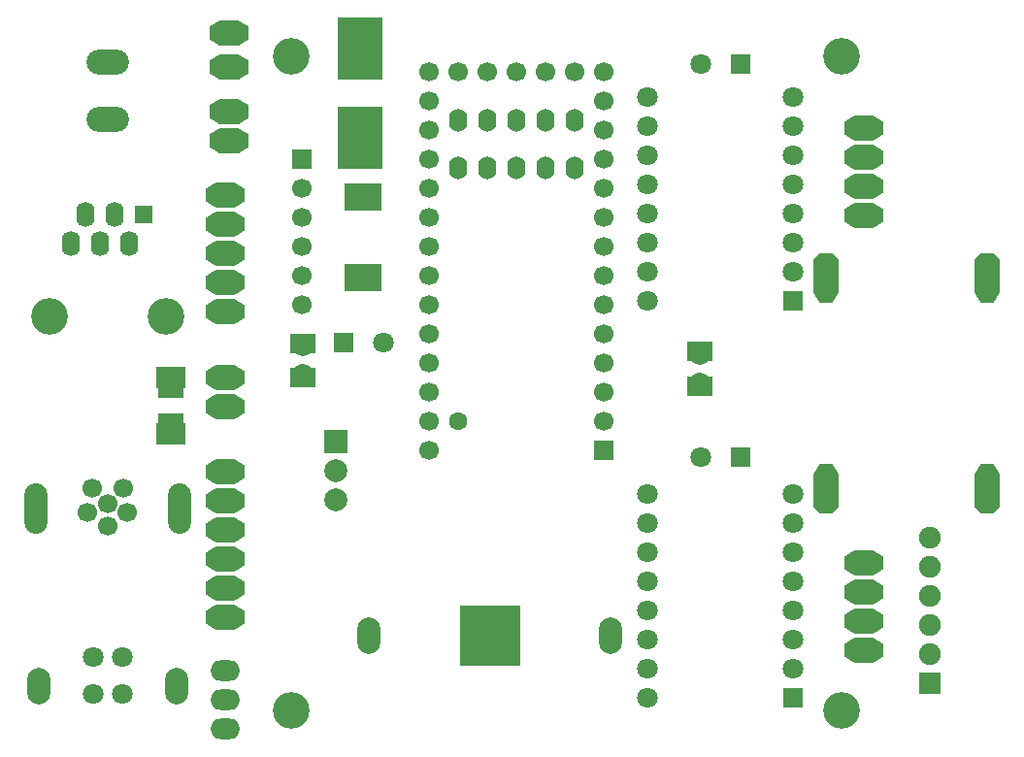
<source format=gbr>
%TF.GenerationSoftware,Novarm,DipTrace,3.3.1.3*%
%TF.CreationDate,2023-12-10T18:24:27+00:00*%
%FSLAX35Y35*%
%MOMM*%
%TF.FileFunction,Soldermask,Top*%
%TF.Part,Single*%
%AMOUTLINE1*
4,1,8,
-0.80669,1.1,
0.77994,1.1,
1.7,0.54232,
1.7,-0.54141,
0.80669,-1.1,
-0.80669,-1.1,
-1.7,-0.54141,
-1.7,0.54141,
-0.80669,1.1,
0*%
%AMOUTLINE4*
4,1,8,
-0.80602,1.1,
0.77929,1.1,
1.7,0.55713,
1.7,-0.55542,
0.82868,-1.1,
-0.82868,-1.1,
-1.7,-0.55542,
-1.7,0.55622,
-0.80602,1.1,
0*%
%AMOUTLINE7*
4,1,8,
1.1,2.04142,
1.1,-0.77994,
0.54232,-1.7,
-0.54141,-1.7,
-1.1,-0.80669,
-1.1,2.04142,
-0.54142,2.6,
0.54142,2.6,
1.1,2.04142,
0*%
%AMOUTLINE10*
4,1,8,
-1.1,-2.04142,
-1.1,0.77994,
-0.54232,1.7,
0.54141,1.7,
1.1,0.80669,
1.1,-2.04142,
0.54142,-2.6,
-0.54142,-2.6,
-1.1,-2.04142,
0*%
%ADD28R,1.6X1.6*%
%ADD38C,1.6*%
%ADD43R,1.7X1.7*%
%ADD44C,1.7*%
%ADD52R,1.8X1.8*%
%ADD53C,1.8*%
%ADD56C,3.2*%
%ADD65C,2.0*%
%ADD66R,2.0X2.0*%
%ADD67R,4.0X5.4*%
%ADD70R,2.613X1.9018*%
%ADD72O,1.6X2.0*%
%ADD75R,1.708X1.708*%
%ADD77C,1.9*%
%ADD78R,1.9X1.9*%
%ADD79O,3.7X2.2*%
%ADD81O,2.0X4.4*%
%ADD84O,2.6X1.8*%
%ADD86O,1.6X2.2*%
%ADD89R,2.2X1.7*%
%ADD91C,1.85*%
%ADD93R,3.3X2.4*%
%ADD95C,1.8*%
%ADD97R,5.28X5.28*%
%ADD99O,2.0X3.2*%
%ADD110OUTLINE1*%
%ADD113OUTLINE4*%
%ADD116OUTLINE7*%
%ADD119OUTLINE10*%
G75*
G01*
%LPD*%
D99*
X3079723Y1047750D3*
X5187923D3*
D97*
X4133823D3*
D52*
X2856750Y3603627D3*
D95*
X3206750D3*
D52*
X6321497Y6035377D3*
D95*
X5971497D3*
D52*
X6321497Y2606377D3*
D95*
X5971497D3*
D93*
X3031750Y4174373D3*
Y4874373D3*
D91*
X2500000Y3577000D3*
Y3323000D3*
D89*
X2500050Y3600000D3*
Y3300000D3*
D28*
X1117500Y4726999D3*
D86*
X990500Y4472999D3*
X863500Y4726999D3*
X736500Y4472999D3*
X609500Y4726999D3*
X482500Y4472999D3*
D56*
X1308500Y3837999D3*
X292500D3*
D110*
X1825623Y4127500D3*
Y4889500D3*
Y3873500D3*
Y4635500D3*
Y4381500D3*
D91*
X5969000Y3504000D3*
Y3250000D3*
D89*
X5969050Y3527000D3*
Y3227000D3*
D53*
X925000Y540000D3*
X675000D3*
Y860000D3*
X925000D3*
D99*
X1402000Y610000D3*
X198000D3*
D110*
X1825623Y3048000D3*
Y3302000D3*
D113*
X1857373Y6009500D3*
Y6309500D3*
D84*
X1825623Y746123D3*
Y492123D3*
Y238123D3*
D44*
X936500Y2332000D3*
X663500D3*
X625000Y2126000D3*
X800000Y2010000D3*
X975000Y2126000D3*
X800000Y2200000D3*
D81*
X175000Y2159000D3*
X1425000D3*
D79*
X800000Y6050000D3*
Y5550000D3*
D78*
X1825627Y3302000D3*
D77*
Y3048000D3*
D78*
X7400000Y4719000D3*
D77*
Y4973000D3*
Y5227000D3*
Y5481000D3*
D78*
Y919000D3*
D77*
Y1173000D3*
Y1427000D3*
Y1681000D3*
D78*
X1825623Y4889500D3*
D77*
Y4635500D3*
Y4381500D3*
Y4127500D3*
Y3873500D3*
D78*
X7969250Y635000D3*
D77*
Y889000D3*
Y1143000D3*
Y1397000D3*
Y1651000D3*
Y1905000D3*
D110*
X1825623Y1714500D3*
Y2476500D3*
Y1206500D3*
Y1460500D3*
Y2222500D3*
Y1968500D3*
D75*
X5127623Y2667000D3*
D44*
Y2921000D3*
Y3175000D3*
Y3429000D3*
Y3683000D3*
Y3937000D3*
Y4191000D3*
Y4445000D3*
Y4699000D3*
Y4953000D3*
Y5207000D3*
Y5461000D3*
Y5715000D3*
Y5969000D3*
X3603623D3*
Y5715000D3*
Y5461000D3*
Y5207000D3*
Y4953000D3*
Y4699000D3*
Y4445000D3*
Y4191000D3*
Y3937000D3*
Y3683000D3*
Y3429000D3*
Y3175000D3*
Y2921000D3*
Y2667000D3*
X4873623Y5969000D3*
X4619623D3*
X4365623D3*
X4111623D3*
X3857623D3*
D38*
Y2921000D3*
D72*
X4873623Y5126000D3*
Y5543000D3*
X4619623Y5126000D3*
Y5543000D3*
X4365623Y5126000D3*
Y5543000D3*
X4111623Y5126000D3*
Y5543000D3*
X3857623Y5126000D3*
Y5543000D3*
D95*
X6781497Y5749623D3*
Y5241623D3*
Y4987623D3*
Y4733623D3*
Y4479623D3*
Y4225623D3*
D52*
Y3971623D3*
D95*
Y5495623D3*
X5511497Y5749623D3*
Y5241623D3*
Y4987623D3*
Y4733623D3*
Y4479623D3*
Y4225623D3*
Y3971623D3*
Y5495623D3*
X6781500Y2286000D3*
Y1778000D3*
Y1524000D3*
Y1270000D3*
Y1016000D3*
Y762000D3*
D52*
Y508000D3*
D95*
Y2032000D3*
X5511500Y2286000D3*
Y1778000D3*
Y1524000D3*
Y1270000D3*
Y1016000D3*
Y762000D3*
Y508000D3*
Y2032000D3*
D89*
X1349377Y2905127D3*
D70*
Y3301127D3*
Y2809127D3*
D89*
Y3205127D3*
D43*
X2492373Y5207000D3*
D44*
Y4953000D3*
Y4699000D3*
Y4445000D3*
Y4191000D3*
Y3937000D3*
D113*
X1857409Y5365750D3*
Y5619750D3*
D67*
X3000373Y6169770D3*
Y5389770D3*
D66*
X2794000Y2746377D3*
D65*
Y2492377D3*
Y2238377D3*
D110*
X7400000Y1173000D3*
Y919000D3*
Y1681000D3*
Y1427000D3*
Y4973000D3*
Y4719000D3*
Y5481000D3*
Y5227000D3*
D116*
X8470000Y4120000D3*
D119*
Y2380000D3*
D116*
X7070000Y4120000D3*
D119*
Y2380000D3*
D56*
X2400000Y400000D3*
X7200000D3*
Y6100000D3*
X2400000D3*
M02*

</source>
